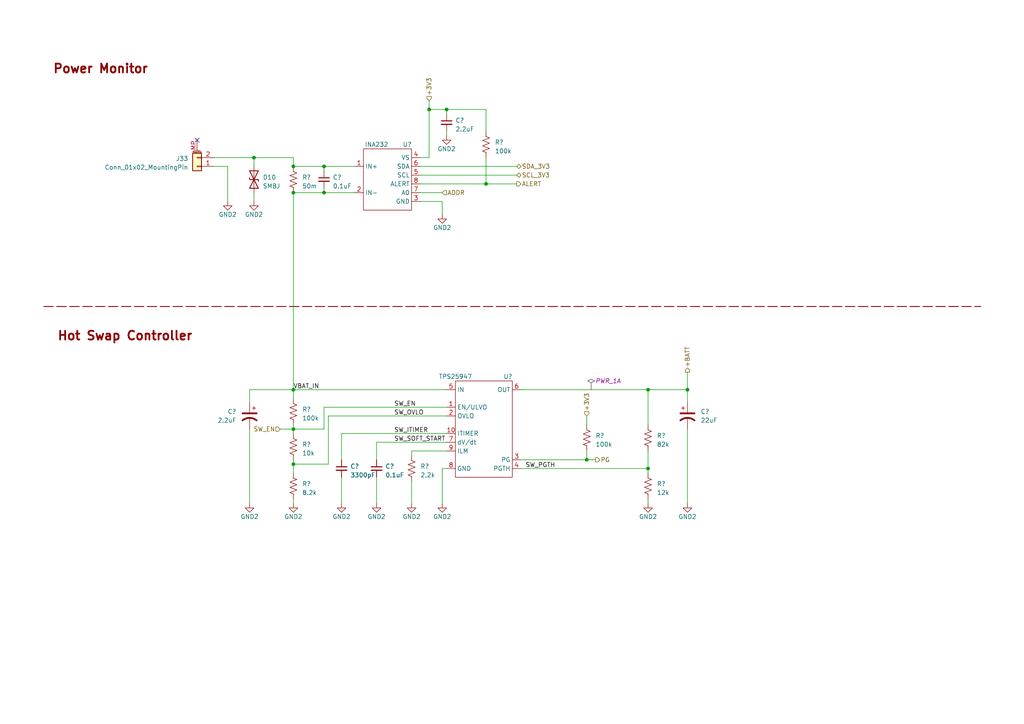
<source format=kicad_sch>
(kicad_sch (version 20230121) (generator eeschema)
  (paper "A4")
  (lib_symbols
    (symbol "Connector_Generic_MountingPin:Conn_01x02_MountingPin" (pin_names (offset 1.016) hide)
      (property "Reference" "J" (at 0 2.54 0))
      (property "Value" "Conn_01x02_MountingPin" (at 1.27 -5.08 0))
      (symbol "Conn_01x02_MountingPin_1_1"
        (rectangle (start -1.27 -2.413) (end 0 -2.667) (stroke (width 0.1524)))
        (rectangle (start -1.27 0.127) (end 0 -0.127) (stroke (width 0.1524)))
        (rectangle (start -1.27 1.27) (end 1.27 -3.81) (stroke (width 0.254)) (fill (type background)))
        (polyline (pts (xy -1.016 -4.572) (xy 1.016 -4.572)) (stroke (width 0.1524)))
        (text "Mounting" (at 0 -4.191 0) (effects (font (size 0.381 0.381))))
        (pin passive line (at -5.08 0 0) (length 3.81) (name "Pin_1") (number "1"))
        (pin passive line (at -5.08 -2.54 0) (length 3.81) (name "Pin_2") (number "2"))
        (pin passive line (at 0 -7.62 90) (length 3.048) (name "MountPin") (number "MP"))
      )
    )
    (symbol "Device:C_Polarized_US" (pin_numbers hide) (pin_names (offset 0.254) hide)
      (property "Reference" "C" (at 0.635 2.54 0))
      (property "Value" "C_Polarized_US" (at 0.635 -2.54 0))
      (symbol "C_Polarized_US_0_1"
        (polyline (pts (xy -2.032 0.762) (xy 2.032 0.762)) (stroke (width 0.508)))
        (polyline (pts (xy -1.778 2.286) (xy -0.762 2.286)))
        (polyline (pts (xy -1.27 1.778) (xy -1.27 2.794)))
        (arc (start 2.032 -1.27) (mid 0 -0.5572) (end -2.032 -1.27) (stroke (width 0.508)))
      )
      (symbol "C_Polarized_US_1_1"
        (pin passive line (at 0 3.81 270) (length 2.794) (name "~") (number "1"))
        (pin passive line (at 0 -3.81 90) (length 3.302) (name "~") (number "2"))
      )
    )
    (symbol "Device:C_Small" (pin_numbers hide) (pin_names (offset 0.254) hide)
      (property "Reference" "C" (at 0.254 1.778 0))
      (property "Value" "C_Small" (at 0.254 -2.032 0))
      (symbol "C_Small_0_1"
        (polyline (pts (xy -1.524 -0.508) (xy 1.524 -0.508)) (stroke (width 0.3302)))
        (polyline (pts (xy -1.524 0.508) (xy 1.524 0.508)) (stroke (width 0.3048)))
      )
      (symbol "C_Small_1_1"
        (pin passive line (at 0 2.54 270) (length 2.032) (name "~") (number "1"))
        (pin passive line (at 0 -2.54 90) (length 2.032) (name "~") (number "2"))
      )
    )
    (symbol "Device:R_US" (pin_numbers hide) (pin_names (offset 0))
      (property "Reference" "R" (at 2.54 0 90))
      (property "Value" "R_US" (at -2.54 0 90))
      (symbol "R_US_0_1"
        (polyline (pts (xy 0 -2.286) (xy 0 -2.54)))
        (polyline (pts (xy 0 2.286) (xy 0 2.54)))
        (polyline (pts (xy 0 -0.762) (xy 1.016 -1.143) (xy 0 -1.524) (xy -1.016 -1.905) (xy 0 -2.286)))
        (polyline (pts (xy 0 0.762) (xy 1.016 0.381) (xy 0 0) (xy -1.016 -0.381) (xy 0 -0.762)))
        (polyline (pts (xy 0 2.286) (xy 1.016 1.905) (xy 0 1.524) (xy -1.016 1.143) (xy 0 0.762)))
      )
      (symbol "R_US_1_1"
        (pin passive line (at 0 3.81 270) (length 1.27) (name "~") (number "1"))
        (pin passive line (at 0 -3.81 90) (length 1.27) (name "~") (number "2"))
      )
    )
    (symbol "Rumission:SMBJ" (pin_numbers hide) (pin_names (offset 1.016) hide)
      (property "Reference" "D" (at 0 2.54 0))
      (property "Value" "SMBJ" (at 0 -2.54 0))
      (symbol "SMBJ_0_1"
        (polyline (pts (xy 1.27 0) (xy -1.27 0)))
        (polyline (pts (xy -2.54 -1.27) (xy 0 0) (xy -2.54 1.27) (xy -2.54 -1.27)) (stroke (width 0.254)))
        (polyline (pts (xy 0.508 1.27) (xy 0 1.27) (xy 0 -1.27) (xy -0.508 -1.27)) (stroke (width 0.254)))
        (polyline (pts (xy 2.54 1.27) (xy 2.54 -1.27) (xy 0 0) (xy 2.54 1.27)) (stroke (width 0.254)))
      )
      (symbol "SMBJ_1_1"
        (pin passive line (at -3.81 0 0) (length 2.54) (name "A1") (number "1"))
        (pin passive line (at 3.81 0 180) (length 2.54) (name "A2") (number "2"))
      )
    )
    (symbol "power:GND2" (power) (pin_names (offset 0))
      (property "Value" "GND2" (at 0 -3.81 0))
      (symbol "GND2_0_1"
        (polyline (pts (xy 0 0) (xy 0 -1.27) (xy 1.27 -1.27) (xy 0 -2.54) (xy -1.27 -1.27) (xy 0 -1.27)))
      )
      (symbol "GND2_1_1"
        (pin power_in line (at 0 0 270) (length 0) hide (name "GND2") (number "1"))
      )
    )
    (symbol "rumission:INA232"
      (property "Reference" "U" (at 0 0 0))
      (symbol "INA232_0_1"
        (rectangle (start 0 -1.27) (end 13.97 -19.05))
      )
      (symbol "INA232_1_1"
        (pin input line (at -2.54 -6.35 0) (length 2.54) (name "IN+") (number "1"))
        (pin input line (at -2.54 -13.97 0) (length 2.54) (name "IN-") (number "2"))
        (pin input line (at 16.51 -16.51 180) (length 2.54) (name "GND") (number "3"))
        (pin power_in line (at 16.51 -3.81 180) (length 2.54) (name "VS") (number "4"))
        (pin input line (at 16.51 -8.89 180) (length 2.54) (name "SCL") (number "5"))
        (pin bidirectional line (at 16.51 -6.35 180) (length 2.54) (name "SDA") (number "6"))
        (pin input line (at 16.51 -13.97 180) (length 2.54) (name "A0") (number "7"))
        (pin output line (at 16.51 -11.43 180) (length 2.54) (name "ALERT") (number "8"))
      )
    )
    (symbol "rumission:TPS25947xx"
      (property "Reference" "U" (at 0 0 0))
      (symbol "TPS25947xx_0_1"
        (rectangle (start 0 -1.27) (end 16.51 -29.21))
      )
      (symbol "TPS25947xx_1_1"
        (pin input line (at -2.54 -8.89 0) (length 2.54) (name "EN/ULVO") (number "1"))
        (pin output line (at -2.54 -16.51 0) (length 2.54) (name "ITIMER") (number "10"))
        (pin input line (at -2.54 -11.43 0) (length 2.54) (name "OVLO") (number "2"))
        (pin output line (at 19.05 -24.13 180) (length 2.54) (name "PG") (number "3"))
        (pin input line (at 19.05 -26.67 180) (length 2.54) (name "PGTH") (number "4"))
        (pin power_in line (at -2.54 -3.81 0) (length 2.54) (name "IN") (number "5"))
        (pin power_out line (at 19.05 -3.81 180) (length 2.54) (name "OUT") (number "6"))
        (pin output line (at -2.54 -19.05 0) (length 2.54) (name "dV/dt") (number "7"))
        (pin power_out line (at -2.54 -26.67 0) (length 2.54) (name "GND") (number "8"))
        (pin output line (at -2.54 -21.59 0) (length 2.54) (name "ILM") (number "9"))
      )
    )
  )
  (junction (at 140.97 53.34))
  (junction (at 199.39 113.03))
  (junction (at 93.98 55.88))
  (junction (at 124.46 31.75))
  (junction (at 73.66 45.72))
  (junction (at 85.09 113.03))
  (junction (at 129.54 31.75))
  (junction (at 93.98 48.26))
  (junction (at 85.09 124.46))
  (junction (at 85.09 134.62))
  (junction (at 187.96 113.03))
  (junction (at 170.18 133.35))
  (junction (at 85.09 55.88))
  (junction (at 85.09 48.26))
  (junction (at 187.96 135.89))
  (no_connect (at 57.15 40.64))
  (wire (pts (xy 93.98 55.88) (xy 102.87 55.88)))
  (wire (pts (xy 85.09 124.46) (xy 85.09 125.73)))
  (wire (pts (xy 129.54 38.1) (xy 129.54 39.37)))
  (wire (pts (xy 124.46 45.72) (xy 124.46 31.75)))
  (wire (pts (xy 187.96 130.81) (xy 187.96 135.89)))
  (wire (pts (xy 93.98 54.61) (xy 93.98 55.88)))
  (wire (pts (xy 121.92 55.88) (xy 128.27 55.88)))
  (wire (pts (xy 109.22 128.27) (xy 129.54 128.27)))
  (wire (pts (xy 129.54 31.75) (xy 129.54 33.02)))
  (wire (pts (xy 95.25 120.65) (xy 129.54 120.65)))
  (wire (pts (xy 93.98 118.11) (xy 129.54 118.11)))
  (wire (pts (xy 170.18 133.35) (xy 172.72 133.35)))
  (wire (pts (xy 119.38 139.7) (xy 119.38 146.05)))
  (wire (pts (xy 81.28 124.46) (xy 85.09 124.46)))
  (wire (pts (xy 187.96 144.78) (xy 187.96 146.05)))
  (wire (pts (xy 119.38 130.81) (xy 129.54 130.81)))
  (wire (pts (xy 99.06 133.35) (xy 99.06 125.73)))
  (wire (pts (xy 99.06 138.43) (xy 99.06 146.05)))
  (wire (pts (xy 73.66 55.88) (xy 73.66 58.42)))
  (wire (pts (xy 170.18 120.65) (xy 170.18 123.19)))
  (wire (pts (xy 85.09 55.88) (xy 93.98 55.88)))
  (wire (pts (xy 95.25 120.65) (xy 95.25 134.62)))
  (wire (pts (xy 72.39 116.84) (xy 72.39 113.03)))
  (wire (pts (xy 187.96 113.03) (xy 199.39 113.03)))
  (polyline (pts (xy 12.7 88.9) (xy 284.48 88.9)) (stroke (width 0.25) (type dash) (color 132 0 0 1)))
  (wire (pts (xy 199.39 124.46) (xy 199.39 146.05)))
  (wire (pts (xy 85.09 113.03) (xy 85.09 115.57)))
  (wire (pts (xy 93.98 124.46) (xy 85.09 124.46)))
  (wire (pts (xy 85.09 45.72) (xy 85.09 48.26)))
  (wire (pts (xy 121.92 58.42) (xy 128.27 58.42)))
  (wire (pts (xy 199.39 107.95) (xy 199.39 113.03)))
  (wire (pts (xy 66.04 58.42) (xy 66.04 48.26)))
  (wire (pts (xy 62.23 45.72) (xy 73.66 45.72)))
  (wire (pts (xy 109.22 133.35) (xy 109.22 128.27)))
  (wire (pts (xy 73.66 45.72) (xy 85.09 45.72)))
  (wire (pts (xy 128.27 135.89) (xy 129.54 135.89)))
  (wire (pts (xy 121.92 50.8) (xy 149.86 50.8)))
  (wire (pts (xy 85.09 113.03) (xy 129.54 113.03)))
  (wire (pts (xy 187.96 135.89) (xy 187.96 137.16)))
  (wire (pts (xy 124.46 31.75) (xy 129.54 31.75)))
  (wire (pts (xy 85.09 55.88) (xy 85.09 113.03)))
  (wire (pts (xy 85.09 134.62) (xy 85.09 137.16)))
  (wire (pts (xy 72.39 124.46) (xy 72.39 146.05)))
  (wire (pts (xy 151.13 133.35) (xy 170.18 133.35)))
  (wire (pts (xy 121.92 48.26) (xy 149.86 48.26)))
  (wire (pts (xy 140.97 38.1) (xy 140.97 31.75)))
  (wire (pts (xy 85.09 144.78) (xy 85.09 146.05)))
  (wire (pts (xy 85.09 133.35) (xy 85.09 134.62)))
  (wire (pts (xy 95.25 134.62) (xy 85.09 134.62)))
  (wire (pts (xy 72.39 113.03) (xy 85.09 113.03)))
  (wire (pts (xy 124.46 29.21) (xy 124.46 31.75)))
  (wire (pts (xy 121.92 45.72) (xy 124.46 45.72)))
  (wire (pts (xy 85.09 123.19) (xy 85.09 124.46)))
  (wire (pts (xy 119.38 132.08) (xy 119.38 130.81)))
  (wire (pts (xy 170.18 130.81) (xy 170.18 133.35)))
  (wire (pts (xy 121.92 53.34) (xy 140.97 53.34)))
  (wire (pts (xy 199.39 113.03) (xy 199.39 116.84)))
  (wire (pts (xy 99.06 125.73) (xy 129.54 125.73)))
  (wire (pts (xy 93.98 48.26) (xy 102.87 48.26)))
  (wire (pts (xy 129.54 31.75) (xy 140.97 31.75)))
  (wire (pts (xy 151.13 135.89) (xy 187.96 135.89)))
  (wire (pts (xy 128.27 146.05) (xy 128.27 135.89)))
  (wire (pts (xy 109.22 138.43) (xy 109.22 146.05)))
  (wire (pts (xy 140.97 45.72) (xy 140.97 53.34)))
  (wire (pts (xy 151.13 113.03) (xy 187.96 113.03)))
  (wire (pts (xy 85.09 48.26) (xy 93.98 48.26)))
  (wire (pts (xy 140.97 53.34) (xy 149.86 53.34)))
  (wire (pts (xy 187.96 113.03) (xy 187.96 123.19)))
  (wire (pts (xy 128.27 58.42) (xy 128.27 62.23)))
  (wire (pts (xy 66.04 48.26) (xy 62.23 48.26)))
  (wire (pts (xy 93.98 118.11) (xy 93.98 124.46)))
  (wire (pts (xy 73.66 45.72) (xy 73.66 48.26)))
  (wire (pts (xy 93.98 48.26) (xy 93.98 49.53)))
  (text "Hot Swap Controller" (at 16.51 99.06 0) (effects (font (size 2.54 2.54) (thickness 0.508) bold) (justify left bottom)))
  (text "Power Monitor" (at 15.24 21.59 0) (effects (font (size 2.54 2.54) (thickness 0.508) bold) (justify left bottom)))
  (label "SW_SOFT_START" (at 114.3 128.27 0))
  (label "VBAT_IN" (at 85.09 113.03 0))
  (label "SW_OVLO" (at 114.3 120.65 0))
  (label "SW_EN" (at 114.3 118.11 0))
  (label "SW_PGTH" (at 152.4 135.89 0))
  (label "SW_ITIMER" (at 114.3 125.73 0))
  (hierarchical_label "ADDR" (shape input) (at 128.27 55.88 0))
  (hierarchical_label "SDA_3V3" (shape bidirectional) (at 149.86 48.26 0))
  (hierarchical_label "SW_EN" (shape input) (at 81.28 124.46 180))
  (hierarchical_label "ALERT" (shape output) (at 149.86 53.34 0))
  (hierarchical_label "+BATT" (shape output) (at 199.39 107.95 90))
  (hierarchical_label "SCL_3V3" (shape bidirectional) (at 149.86 50.8 0))
  (hierarchical_label "+3V3" (shape input) (at 124.46 29.21 90))
  (hierarchical_label "PG" (shape output) (at 172.72 133.35 0))
  (hierarchical_label "+3V3" (shape input) (at 170.18 120.65 90))
  (netclass_flag "" (length 2.54) (shape diamond) (at 171.45 113.03 0) (property "Netclass" "PWR_1A" (at 172.6565 110.49 0) (effects (font italic) (justify left))))
  (symbol (lib_id "Connector_Generic_MountingPin:Conn_01x02_MountingPin") (at 57.15 48.26 180) (unit 1)
    (property "Reference" "J33" (at 54.61 45.9994 0) (effects (justify left)))
    (property "Value" "Conn_01x02_MountingPin" (at 54.61 48.5394 0) (effects (justify left)))
    (property "Footprint" "Connector_JST:JST_XH_B2B-XH-AM_1x02_P2.50mm_Vertical" (effects hide))
    (property "Datasheet" "https://www.jst-mfg.com/product/pdf/eng/eXH.pdf" (effects hide))
    (property "DigiKey PN" "455-2273-ND" (effects hide))
    (property "MPN" "B2B-XH-AM(LF)(SN)" (effects hide))
    (property "Manufacturer" "JST Sales America Inc." (effects hide))
  )
  (symbol (lib_id "Device:C_Small") (at 93.98 52.07 0) (unit 1)
    (property "Reference" "C?" (at 96.52 51.4413 0) (effects (justify left)))
    (property "Value" "0.1uF" (at 96.52 53.9813 0) (effects (justify left)))
    (property "Footprint" "Capacitor_THT:C_Disc_D5.0mm_W2.5mm_P5.00mm" (effects hide))
    (property "Datasheet" "https://product.tdk.com/en/system/files?file=dam/doc/product/capacitor/ceramic/lead-mlcc/catalog/leadmlcc_halogenfree_fa150_en.pdf" (effects hide))
    (property "DigiKey PN" "445-181217-ND" (effects hide))
    (property "MPN" "FA28X8R1E104KNU00" (effects hide))
    (property "Manufacturer" "TDK Corporation" (effects hide))
    (instances (project "dboards" (path "" (reference "C?") (unit 1)) (path "" (reference "C?") (unit 1))) (project "dboards-02" (path "" (reference "C44") (unit 1))))
  )
  (symbol (lib_id "power:GND2") (at 72.39 146.05 0) (unit 1)
    (property "Reference" "#PWR0150" (effects hide))
    (property "Value" "GND2" (at 72.39 149.86 0))
  )
  (symbol (lib_id "power:GND2") (at 73.66 58.42 0) (unit 1)
    (property "Reference" "#PWR0148" (effects hide))
    (property "Value" "GND2" (at 73.66 62.23 0))
  )
  (symbol (lib_id "Device:R_US") (at 85.09 129.54 0) (unit 1)
    (property "Reference" "R?" (at 87.63 128.905 0) (effects (justify left)))
    (property "Value" "10k" (at 87.63 131.445 0) (effects (justify left)))
    (property "Footprint" "Resistor_THT:R_Axial_DIN0207_L6.3mm_D2.5mm_P10.16mm_Horizontal" (effects hide))
    (property "Datasheet" "https://www.yageo.com/upload/media/product/productsearch/datasheet/lr/YAGEO%20MFR_datasheet_2021v1.pdf" (effects hide))
    (property "DigiKey PN" "13-MFR-25FRF52-10KCT-ND" (effects hide))
    (property "MPN" "MFR-25FRF52-10K" (effects hide))
    (property "Manufacturer" "YAGEO" (effects hide))
    (instances (project "dboards" (path "" (reference "R?") (unit 1)) (path "" (reference "R?") (unit 1))) (project "dboards-02" (path "" (reference "R61") (unit 1))))
  )
  (symbol (lib_id "power:GND2") (at 128.27 146.05 0) (unit 1)
    (property "Reference" "#PWR0155" (effects hide))
    (property "Value" "GND2" (at 128.27 149.86 0))
  )
  (symbol (lib_id "Device:C_Polarized_US") (at 72.39 120.65 0) (mirror y) (unit 1)
    (property "Reference" "C?" (at 68.58 119.38 0) (effects (justify left)))
    (property "Value" "2.2uF" (at 68.58 121.92 0) (effects (justify left)))
    (property "Footprint" "Capacitor_THT:CP_Radial_D5.0mm_P2.00mm" (effects hide))
    (property "Datasheet" "https://connect.kemet.com:7667/gateway/IntelliData-ComponentDocumentation/1.0/download/datasheet/ESK225M100AC3AA" (effects hide))
    (property "DigiKey PN" "399-18273-ND" (effects hide))
    (property "MPN" "ESK225M100AC3AA" (effects hide))
    (property "Manufacturer" "KEMET" (effects hide))
    (instances (project "dboards" (path "" (reference "C?") (unit 1)) (path "" (reference "C?") (unit 1))) (project "dboards-02" (path "" (reference "C45") (unit 1))))
  )
  (symbol (lib_id "power:GND2") (at 187.96 146.05 0) (unit 1)
    (property "Reference" "#PWR0156" (effects hide))
    (property "Value" "GND2" (at 187.96 149.86 0))
  )
  (symbol (lib_id "power:GND2") (at 119.38 146.05 0) (unit 1)
    (property "Reference" "#PWR0154" (effects hide))
    (property "Value" "GND2" (at 119.38 149.86 0))
  )
  (symbol (lib_id "Device:R_US") (at 85.09 140.97 0) (unit 1)
    (property "Reference" "R?" (at 87.63 140.335 0) (effects (justify left)))
    (property "Value" "8.2k" (at 87.63 142.875 0) (effects (justify left)))
    (property "Footprint" "Resistor_THT:R_Axial_DIN0207_L6.3mm_D2.5mm_P10.16mm_Horizontal" (effects hide))
    (property "Datasheet" "https://www.yageo.com/upload/media/product/productsearch/datasheet/lr/YAGEO%20MFR_datasheet_2021v1.pdf" (effects hide))
    (property "DigiKey PN" "13-MFR-25FRF52-8K2CT-ND" (effects hide))
    (property "MPN" "MFR-25FRF52-8K2" (effects hide))
    (property "Manufacturer" "YAGEO" (effects hide))
    (instances (project "dboards" (path "" (reference "R?") (unit 1)) (path "" (reference "R?") (unit 1))) (project "dboards-02" (path "" (reference "R63") (unit 1))))
  )
  (symbol (lib_id "Device:R_US") (at 187.96 140.97 0) (unit 1)
    (property "Reference" "R?" (at 190.5 140.335 0) (effects (justify left)))
    (property "Value" "12k" (at 190.5 142.875 0) (effects (justify left)))
    (property "Footprint" "Resistor_THT:R_Axial_DIN0207_L6.3mm_D2.5mm_P10.16mm_Horizontal" (effects hide))
    (property "Datasheet" "https://www.yageo.com/upload/media/product/productsearch/datasheet/lr/YAGEO%20MFR_datasheet_2021v1.pdf" (effects hide))
    (property "DigiKey PN" "13-MFR-25FRF52-12KCT-ND" (effects hide))
    (property "MPN" "MFR-25FRF52-12K" (effects hide))
    (property "Manufacturer" "YAGEO" (effects hide))
    (instances (project "dboards" (path "" (reference "R?") (unit 1)) (path "" (reference "R?") (unit 1))) (project "dboards-02" (path "" (reference "R64") (unit 1))))
  )
  (symbol (lib_id "Device:R_US") (at 170.18 127 0) (unit 1)
    (property "Reference" "R?" (at 172.72 126.365 0) (effects (justify left)))
    (property "Value" "100k" (at 172.72 128.905 0) (effects (justify left)))
    (property "Footprint" "Resistor_THT:R_Axial_DIN0207_L6.3mm_D2.5mm_P10.16mm_Horizontal" (effects hide))
    (property "Datasheet" "https://www.yageo.com/upload/media/product/productsearch/datasheet/lr/YAGEO%20MFR_datasheet_2021v1.pdf" (effects hide))
    (property "DigiKey PN" "13-MFR-25FRF52-47KCT-ND" (effects hide))
    (property "MPN" "MFR-25FRF52-47K" (effects hide))
    (property "Manufacturer" "YAGEO" (effects hide))
    (instances (project "dboards" (path "" (reference "R?") (unit 1)) (path "" (reference "R?") (unit 1))) (project "dboards-02" (path "" (reference "R59") (unit 1))))
  )
  (symbol (lib_id "power:GND2") (at 129.54 39.37 0) (unit 1)
    (property "Reference" "#PWR0146" (effects hide))
    (property "Value" "GND2" (at 129.54 43.18 0))
  )
  (symbol (lib_id "power:GND2") (at 199.39 146.05 0) (unit 1)
    (property "Reference" "#PWR0157" (effects hide))
    (property "Value" "GND2" (at 199.39 149.86 0))
  )
  (symbol (lib_id "Device:R_US") (at 85.09 119.38 0) (unit 1)
    (property "Reference" "R?" (at 87.63 118.745 0) (effects (justify left)))
    (property "Value" "100k" (at 87.63 121.285 0) (effects (justify left)))
    (property "Footprint" "Resistor_THT:R_Axial_DIN0207_L6.3mm_D2.5mm_P10.16mm_Horizontal" (effects hide))
    (property "Datasheet" "https://www.yageo.com/upload/media/product/productsearch/datasheet/lr/YAGEO%20MFR_datasheet_2021v1.pdf" (effects hide))
    (property "DigiKey PN" "13-MFR-25FRF52-100KCT-ND" (effects hide))
    (property "MPN" "MFR-25FRF52-100K" (effects hide))
    (property "Manufacturer" "YAGEO" (effects hide))
    (instances (project "dboards" (path "" (reference "R?") (unit 1)) (path "" (reference "R?") (unit 1))) (project "dboards-02" (path "" (reference "R58") (unit 1))))
  )
  (symbol (lib_id "rumission:INA232") (at 105.41 41.91 0) (unit 1)
    (property "Reference" "U?" (at 118.11 41.91 0))
    (property "Value" "INA232" (at 109.22 41.91 0))
    (property "Footprint" "Rumission:SOT-23-TI" (effects hide))
    (property "Datasheet" "https://www.ti.com/lit/ds/symlink/ina232.pdf" (effects hide))
    (property "DigiKey PN" "296-INA232AIDDFRCT-ND" (effects hide))
    (property "MPN" "INA232AIDDFR" (effects hide))
    (property "Manufacturer" "Texas Instruments" (effects hide))
    (instances (project "dboards" (path "" (reference "U?") (unit 1)) (path "" (reference "U?") (unit 1))) (project "dboards-02" (path "" (reference "U22") (unit 1))))
  )
  (symbol (lib_id "Device:R_US") (at 119.38 135.89 0) (unit 1)
    (property "Reference" "R?" (at 121.92 135.255 0) (effects (justify left)))
    (property "Value" "2.2k" (at 121.92 137.795 0) (effects (justify left)))
    (property "Footprint" "Resistor_THT:R_Axial_DIN0207_L6.3mm_D2.5mm_P10.16mm_Horizontal" (effects hide))
    (property "Datasheet" "https://www.yageo.com/upload/media/product/productsearch/datasheet/lr/YAGEO%20MFR_datasheet_2021v1.pdf" (effects hide))
    (property "DigiKey PN" "13-MFR-25FRF52-2K2CT-ND" (effects hide))
    (property "MPN" "MFR-25FRF52-2K2" (effects hide))
    (property "Manufacturer" "YAGEO" (effects hide))
    (instances (project "dboards" (path "" (reference "R?") (unit 1)) (path "" (reference "R?") (unit 1))) (project "dboards-02" (path "" (reference "R62") (unit 1))))
  )
  (symbol (lib_id "power:GND2") (at 66.04 58.42 0) (unit 1)
    (property "Reference" "#PWR0147" (effects hide))
    (property "Value" "GND2" (at 66.04 62.23 0))
  )
  (symbol (lib_id "Device:C_Small") (at 109.22 135.89 0) (unit 1)
    (property "Reference" "C?" (at 111.76 135.2613 0) (effects (justify left)))
    (property "Value" "0.1uF" (at 111.76 137.8013 0) (effects (justify left)))
    (property "Footprint" "Capacitor_THT:C_Disc_D5.0mm_W2.5mm_P5.00mm" (effects hide))
    (property "Datasheet" "https://product.tdk.com/en/system/files?file=dam/doc/product/capacitor/ceramic/lead-mlcc/catalog/leadmlcc_halogenfree_fa150_en.pdf" (effects hide))
    (property "DigiKey PN" "445-181217-ND" (effects hide))
    (property "MPN" "FA28X8R1E104KNU00" (effects hide))
    (property "Manufacturer" "TDK Corporation" (effects hide))
    (instances (project "dboards" (path "" (reference "C?") (unit 1)) (path "" (reference "C?") (unit 1))) (project "dboards-02" (path "" (reference "C48") (unit 1))))
  )
  (symbol (lib_id "power:GND2") (at 128.27 62.23 0) (unit 1)
    (property "Reference" "#PWR0149" (effects hide))
    (property "Value" "GND2" (at 128.27 66.04 0))
  )
  (symbol (lib_id "power:GND2") (at 85.09 146.05 0) (unit 1)
    (property "Reference" "#PWR0151" (effects hide))
    (property "Value" "GND2" (at 85.09 149.86 0))
  )
  (symbol (lib_id "Device:R_US") (at 187.96 127 0) (unit 1)
    (property "Reference" "R?" (at 190.5 126.365 0) (effects (justify left)))
    (property "Value" "82k" (at 190.5 128.905 0) (effects (justify left)))
    (property "Footprint" "Resistor_THT:R_Axial_DIN0207_L6.3mm_D2.5mm_P10.16mm_Horizontal" (effects hide))
    (property "Datasheet" "https://www.yageo.com/upload/media/product/productsearch/datasheet/lr/YAGEO%20MFR_datasheet_2021v1.pdf" (effects hide))
    (property "DigiKey PN" "13-MFR-25FRF52-82KTR-ND" (effects hide))
    (property "MPN" "MFR-25FRF52-82K" (effects hide))
    (property "Manufacturer" "YAGEO" (effects hide))
    (instances (project "dboards" (path "" (reference "R?") (unit 1)) (path "" (reference "R?") (unit 1))) (project "dboards-02" (path "" (reference "R60") (unit 1))))
  )
  (symbol (lib_id "Device:C_Small") (at 129.54 35.56 0) (unit 1)
    (property "Reference" "C?" (at 132.08 34.9313 0) (effects (justify left)))
    (property "Value" "2.2uF" (at 132.08 37.4713 0) (effects (justify left)))
    (property "Footprint" "Capacitor_SMD:C_0805_2012Metric_Pad1.18x1.45mm_HandSolder" (effects hide))
    (property "Datasheet" "https://media.digikey.com/pdf/Data%20Sheets/Samsung%20PDFs/CL21B225KPFNNNE_Spec.pdf" (effects hide))
    (property "DigiKey PN" "1276-1188-1-ND" (effects hide))
    (property "MPN" "CL21B225KPFNNNE" (effects hide))
    (property "Manufacturer" "Samsung Electro-Mechanics" (effects hide))
    (instances (project "dboards" (path "" (reference "C?") (unit 1)) (path "" (reference "C?") (unit 1))) (project "dboards-02" (path "" (reference "C43") (unit 1))))
  )
  (symbol (lib_id "Device:R_US") (at 85.09 52.07 0) (unit 1)
    (property "Reference" "R?" (at 87.63 51.435 0) (effects (justify left)))
    (property "Value" "50m" (at 87.63 53.975 0) (effects (justify left)))
    (property "Footprint" "Resistor_SMD:R_2512_6332Metric_Pad1.40x3.35mm_HandSolder" (effects hide))
    (property "Datasheet" "https://www.yageo.com/upload/media/product/productsearch/datasheet/rchip/PYu-PA_E_51_RoHS_10.pdf" (effects hide))
    (property "DigiKey PN" "PA2512FKE070R05E" (effects hide))
    (property "MPN" "13-PA2512FKE070R05ECT-ND" (effects hide))
    (property "Manufacturer" "YAGEO" (effects hide))
    (instances (project "dboards" (path "" (reference "R?") (unit 1)) (path "" (reference "R?") (unit 1))) (project "dboards-02" (path "" (reference "R57") (unit 1))))
  )
  (symbol (lib_id "power:GND2") (at 99.06 146.05 0) (unit 1)
    (property "Reference" "#PWR0152" (effects hide))
    (property "Value" "GND2" (at 99.06 149.86 0))
  )
  (symbol (lib_id "Device:R_US") (at 140.97 41.91 0) (unit 1)
    (property "Reference" "R?" (at 143.51 41.275 0) (effects (justify left)))
    (property "Value" "100k" (at 143.51 43.815 0) (effects (justify left)))
    (property "Footprint" "Resistor_SMD:R_0805_2012Metric_Pad1.20x1.40mm_HandSolder" (effects hide))
    (property "Datasheet" "https://www.yageo.com/upload/media/product/productsearch/datasheet/rchip/PYu-RC_Group_51_RoHS_L_12.pdf" (effects hide))
    (property "DigiKey PN" "311-100KCRCT-ND" (effects hide))
    (property "MPN" "RC0805FR-07100KL" (effects hide))
    (property "Manufacturer" "YAGEO" (effects hide))
    (instances (project "dboards" (path "" (reference "R?") (unit 1))) (project "dboards-02" (path "" (reference "R56") (unit 1))))
  )
  (symbol (lib_id "Device:C_Polarized_US") (at 199.39 120.65 0) (unit 1)
    (property "Reference" "C?" (at 203.2 119.38 0) (effects (justify left)))
    (property "Value" "22uF" (at 203.2 121.92 0) (effects (justify left)))
    (property "Footprint" "Capacitor_THT:CP_Radial_D5.0mm_P2.00mm" (effects hide))
    (property "Datasheet" "https://www.we-online.com/katalog/datasheet/860160372003.pdf" (effects hide))
    (property "DigiKey PN" "732-9456-1-ND" (effects hide))
    (property "MPN" "860160372003" (effects hide))
    (property "Manufacturer" "Würth Elektronik" (effects hide))
    (instances (project "dboards" (path "" (reference "C?") (unit 1)) (path "" (reference "C?") (unit 1))) (project "dboards-02" (path "" (reference "C46") (unit 1))))
  )
  (symbol (lib_id "power:GND2") (at 109.22 146.05 0) (unit 1)
    (property "Reference" "#PWR0153" (effects hide))
    (property "Value" "GND2" (at 109.22 149.86 0))
  )
  (symbol (lib_id "Device:C_Small") (at 99.06 135.89 0) (unit 1)
    (property "Reference" "C?" (at 101.6 135.2613 0) (effects (justify left)))
    (property "Value" "3300pF" (at 101.6 137.8013 0) (effects (justify left)))
    (property "Footprint" "Capacitor_THT:C_Disc_D5.0mm_W2.5mm_P5.00mm" (effects hide))
    (property "Datasheet" "https://product.tdk.com/en/system/files?file=dam/doc/product/capacitor/ceramic/lead-mlcc/catalog/leadmlcc_halogenfree_fa_en.pdf" (effects hide))
    (property "DigiKey PN" "445-180803-1-ND" (effects hide))
    (property "MPN" "FA28X7R1H332KNU06" (effects hide))
    (property "Manufacturer" "TDK Corporation" (effects hide))
    (instances (project "dboards" (path "" (reference "C?") (unit 1)) (path "" (reference "C?") (unit 1))) (project "dboards-02" (path "" (reference "C47") (unit 1))))
  )
  (symbol (lib_id "rumission:TPS25947xx") (at 132.08 109.22 0) (unit 1)
    (property "Reference" "U?" (at 147.32 109.22 0))
    (property "Value" "TPS25947" (at 132.08 109.22 0))
    (property "Footprint" "Rumission:SOT-23-TI_1" (effects hide))
    (property "Datasheet" "https://www.ti.com/lit/ds/symlink/tps25947.pdf" (effects hide))
    (property "DigiKey PN" "296-TPS259474LRPWRCT-ND" (effects hide))
    (property "MPN" "TPS259474LRPW" (effects hide))
    (property "Manufacturer" "Texas Instruments" (effects hide))
    (instances (project "dboards" (path "" (reference "U?") (unit 1)) (path "" (reference "U?") (unit 1))) (project "dboards-02" (path "" (reference "U23") (unit 1))))
  )
  (symbol (lib_id "Rumission:SMBJ") (at 73.66 52.07 90) (unit 1)
    (property "Reference" "D10" (at 76.2 51.435 90) (effects (justify right)))
    (property "Value" "SMBJ" (at 76.2 53.975 90) (effects (justify right)))
    (property "Footprint" "Diode_SMD:D_SMB_Handsoldering" (effects hide))
    (property "Datasheet" "https://www.diodes.com/assets/Datasheets/ds19002.pdf" (effects hide))
    (property "DigiKey PN" "SMBJ15A-FDICT-ND" (effects hide))
    (property "MPN" "SMBJ15A-13-F" (effects hide))
    (property "Manufacturer" "Diodes Incorporated" (effects hide))
  )
)
</source>
